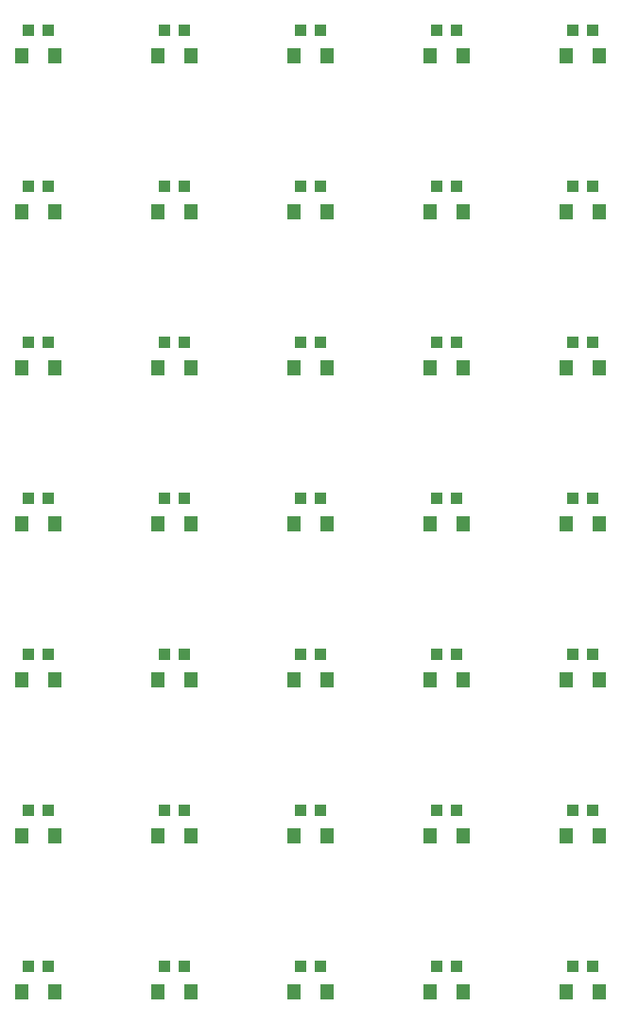
<source format=gtp>
G75*
G70*
%OFA0B0*%
%FSLAX24Y24*%
%IPPOS*%
%LPD*%
%AMOC8*
5,1,8,0,0,1.08239X$1,22.5*
%
%ADD10R,0.0433X0.0394*%
%ADD11R,0.0472X0.0551*%
D10*
X002123Y003420D03*
X002793Y003420D03*
X002793Y008920D03*
X002123Y008920D03*
X002123Y014420D03*
X002793Y014420D03*
X002793Y019920D03*
X002123Y019920D03*
X002123Y025420D03*
X002793Y025420D03*
X002793Y030920D03*
X002123Y030920D03*
X002123Y036420D03*
X002793Y036420D03*
X006923Y036420D03*
X007593Y036420D03*
X007593Y030920D03*
X006923Y030920D03*
X006923Y025420D03*
X007593Y025420D03*
X007593Y019920D03*
X006923Y019920D03*
X006923Y014420D03*
X007593Y014420D03*
X007593Y008920D03*
X006923Y008920D03*
X006923Y003420D03*
X007593Y003420D03*
X011723Y003420D03*
X012393Y003420D03*
X012393Y008920D03*
X011723Y008920D03*
X011723Y014420D03*
X012393Y014420D03*
X012393Y019920D03*
X011723Y019920D03*
X011723Y025420D03*
X012393Y025420D03*
X012393Y030920D03*
X011723Y030920D03*
X011723Y036420D03*
X012393Y036420D03*
X016523Y036420D03*
X017193Y036420D03*
X017193Y030920D03*
X016523Y030920D03*
X016523Y025420D03*
X017193Y025420D03*
X017193Y019920D03*
X016523Y019920D03*
X016523Y014420D03*
X017193Y014420D03*
X017193Y008920D03*
X016523Y008920D03*
X016523Y003420D03*
X017193Y003420D03*
X021323Y003420D03*
X021993Y003420D03*
X021993Y008920D03*
X021323Y008920D03*
X021323Y014420D03*
X021993Y014420D03*
X021993Y019920D03*
X021323Y019920D03*
X021323Y025420D03*
X021993Y025420D03*
X021993Y030920D03*
X021323Y030920D03*
X021323Y036420D03*
X021993Y036420D03*
D11*
X001867Y002520D03*
X003048Y002520D03*
X003048Y008020D03*
X001867Y008020D03*
X001867Y013520D03*
X003048Y013520D03*
X003048Y019020D03*
X001867Y019020D03*
X001867Y024520D03*
X003048Y024520D03*
X003048Y030020D03*
X001867Y030020D03*
X001867Y035520D03*
X003048Y035520D03*
X006667Y035520D03*
X007848Y035520D03*
X011467Y035520D03*
X012648Y035520D03*
X016267Y035520D03*
X017448Y035520D03*
X021067Y035520D03*
X022248Y035520D03*
X022248Y030020D03*
X021067Y030020D03*
X021067Y024520D03*
X022248Y024520D03*
X022248Y019020D03*
X021067Y019020D03*
X021067Y013520D03*
X022248Y013520D03*
X022248Y008020D03*
X021067Y008020D03*
X021067Y002520D03*
X022248Y002520D03*
X017448Y002520D03*
X016267Y002520D03*
X016267Y008020D03*
X017448Y008020D03*
X017448Y013520D03*
X016267Y013520D03*
X016267Y019020D03*
X017448Y019020D03*
X017448Y024520D03*
X016267Y024520D03*
X016267Y030020D03*
X017448Y030020D03*
X012648Y030020D03*
X011467Y030020D03*
X011467Y024520D03*
X012648Y024520D03*
X012648Y019020D03*
X011467Y019020D03*
X011467Y013520D03*
X012648Y013520D03*
X012648Y008020D03*
X011467Y008020D03*
X011467Y002520D03*
X012648Y002520D03*
X007848Y002520D03*
X006667Y002520D03*
X006667Y008020D03*
X007848Y008020D03*
X007848Y013520D03*
X006667Y013520D03*
X006667Y019020D03*
X007848Y019020D03*
X007848Y024520D03*
X006667Y024520D03*
X006667Y030020D03*
X007848Y030020D03*
M02*

</source>
